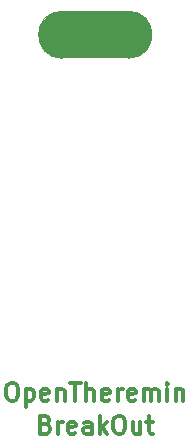
<source format=gbr>
%TF.GenerationSoftware,KiCad,Pcbnew,6.0.11-2627ca5db0~126~ubuntu22.04.1*%
%TF.CreationDate,2024-03-30T15:57:52+01:00*%
%TF.ProjectId,OTBreakOutPanel,4f544272-6561-46b4-9f75-7450616e656c,rev?*%
%TF.SameCoordinates,Original*%
%TF.FileFunction,Soldermask,Top*%
%TF.FilePolarity,Negative*%
%FSLAX46Y46*%
G04 Gerber Fmt 4.6, Leading zero omitted, Abs format (unit mm)*
G04 Created by KiCad (PCBNEW 6.0.11-2627ca5db0~126~ubuntu22.04.1) date 2024-03-30 15:57:52*
%MOMM*%
%LPD*%
G01*
G04 APERTURE LIST*
%ADD10C,0.050000*%
%ADD11C,0.000000*%
%ADD12C,0.300000*%
G04 APERTURE END LIST*
D10*
X102800000Y-62500000D02*
G75*
G03*
X102800000Y-58500000I0J2000000D01*
G01*
D11*
G36*
X103080000Y-58520000D02*
G01*
X103350000Y-58570000D01*
X103780000Y-58760000D01*
X104000000Y-58900000D01*
X104230000Y-59110000D01*
X104400000Y-59300000D01*
X104560000Y-59550000D01*
X104720000Y-59930000D01*
X104780000Y-60170000D01*
X104800000Y-60510000D01*
X104790000Y-60740000D01*
X104680000Y-61190000D01*
X104510000Y-61530000D01*
X104300000Y-61820000D01*
X104020000Y-62080000D01*
X103750000Y-62260000D01*
X103450000Y-62390000D01*
X103220000Y-62450000D01*
X103020000Y-62490000D01*
X102800000Y-62500000D01*
X97200000Y-62500000D01*
X96810000Y-62460000D01*
X96490000Y-62370000D01*
X96130000Y-62180000D01*
X95810000Y-61940000D01*
X95660000Y-61780000D01*
X95430000Y-61430000D01*
X95280000Y-61060000D01*
X95210000Y-60660000D01*
X95200000Y-60370000D01*
X95260000Y-60000000D01*
X95400000Y-59630000D01*
X95580000Y-59330000D01*
X95800000Y-59070000D01*
X96060000Y-58860000D01*
X96450000Y-58640000D01*
X96720000Y-58560000D01*
X97210000Y-58500000D01*
X102810000Y-58500000D01*
X103080000Y-58520000D01*
G37*
D10*
X97200000Y-58500000D02*
G75*
G03*
X97200000Y-62500000I0J-2000000D01*
G01*
D12*
X92821428Y-89978571D02*
X93107142Y-89978571D01*
X93250000Y-90050000D01*
X93392857Y-90192857D01*
X93464285Y-90478571D01*
X93464285Y-90978571D01*
X93392857Y-91264285D01*
X93250000Y-91407142D01*
X93107142Y-91478571D01*
X92821428Y-91478571D01*
X92678571Y-91407142D01*
X92535714Y-91264285D01*
X92464285Y-90978571D01*
X92464285Y-90478571D01*
X92535714Y-90192857D01*
X92678571Y-90050000D01*
X92821428Y-89978571D01*
X94107142Y-90478571D02*
X94107142Y-91978571D01*
X94107142Y-90550000D02*
X94250000Y-90478571D01*
X94535714Y-90478571D01*
X94678571Y-90550000D01*
X94750000Y-90621428D01*
X94821428Y-90764285D01*
X94821428Y-91192857D01*
X94750000Y-91335714D01*
X94678571Y-91407142D01*
X94535714Y-91478571D01*
X94250000Y-91478571D01*
X94107142Y-91407142D01*
X96035714Y-91407142D02*
X95892857Y-91478571D01*
X95607142Y-91478571D01*
X95464285Y-91407142D01*
X95392857Y-91264285D01*
X95392857Y-90692857D01*
X95464285Y-90550000D01*
X95607142Y-90478571D01*
X95892857Y-90478571D01*
X96035714Y-90550000D01*
X96107142Y-90692857D01*
X96107142Y-90835714D01*
X95392857Y-90978571D01*
X96750000Y-90478571D02*
X96750000Y-91478571D01*
X96750000Y-90621428D02*
X96821428Y-90550000D01*
X96964285Y-90478571D01*
X97178571Y-90478571D01*
X97321428Y-90550000D01*
X97392857Y-90692857D01*
X97392857Y-91478571D01*
X97892857Y-89978571D02*
X98750000Y-89978571D01*
X98321428Y-91478571D02*
X98321428Y-89978571D01*
X99250000Y-91478571D02*
X99250000Y-89978571D01*
X99892857Y-91478571D02*
X99892857Y-90692857D01*
X99821428Y-90550000D01*
X99678571Y-90478571D01*
X99464285Y-90478571D01*
X99321428Y-90550000D01*
X99250000Y-90621428D01*
X101178571Y-91407142D02*
X101035714Y-91478571D01*
X100750000Y-91478571D01*
X100607142Y-91407142D01*
X100535714Y-91264285D01*
X100535714Y-90692857D01*
X100607142Y-90550000D01*
X100750000Y-90478571D01*
X101035714Y-90478571D01*
X101178571Y-90550000D01*
X101250000Y-90692857D01*
X101250000Y-90835714D01*
X100535714Y-90978571D01*
X101892857Y-91478571D02*
X101892857Y-90478571D01*
X101892857Y-90764285D02*
X101964285Y-90621428D01*
X102035714Y-90550000D01*
X102178571Y-90478571D01*
X102321428Y-90478571D01*
X103392857Y-91407142D02*
X103250000Y-91478571D01*
X102964285Y-91478571D01*
X102821428Y-91407142D01*
X102750000Y-91264285D01*
X102750000Y-90692857D01*
X102821428Y-90550000D01*
X102964285Y-90478571D01*
X103250000Y-90478571D01*
X103392857Y-90550000D01*
X103464285Y-90692857D01*
X103464285Y-90835714D01*
X102750000Y-90978571D01*
X104107142Y-91478571D02*
X104107142Y-90478571D01*
X104107142Y-90621428D02*
X104178571Y-90550000D01*
X104321428Y-90478571D01*
X104535714Y-90478571D01*
X104678571Y-90550000D01*
X104750000Y-90692857D01*
X104750000Y-91478571D01*
X104750000Y-90692857D02*
X104821428Y-90550000D01*
X104964285Y-90478571D01*
X105178571Y-90478571D01*
X105321428Y-90550000D01*
X105392857Y-90692857D01*
X105392857Y-91478571D01*
X106107142Y-91478571D02*
X106107142Y-90478571D01*
X106107142Y-89978571D02*
X106035714Y-90050000D01*
X106107142Y-90121428D01*
X106178571Y-90050000D01*
X106107142Y-89978571D01*
X106107142Y-90121428D01*
X106821428Y-90478571D02*
X106821428Y-91478571D01*
X106821428Y-90621428D02*
X106892857Y-90550000D01*
X107035714Y-90478571D01*
X107250000Y-90478571D01*
X107392857Y-90550000D01*
X107464285Y-90692857D01*
X107464285Y-91478571D01*
X95821428Y-93486857D02*
X96035714Y-93558285D01*
X96107142Y-93629714D01*
X96178571Y-93772571D01*
X96178571Y-93986857D01*
X96107142Y-94129714D01*
X96035714Y-94201142D01*
X95892857Y-94272571D01*
X95321428Y-94272571D01*
X95321428Y-92772571D01*
X95821428Y-92772571D01*
X95964285Y-92844000D01*
X96035714Y-92915428D01*
X96107142Y-93058285D01*
X96107142Y-93201142D01*
X96035714Y-93344000D01*
X95964285Y-93415428D01*
X95821428Y-93486857D01*
X95321428Y-93486857D01*
X96821428Y-94272571D02*
X96821428Y-93272571D01*
X96821428Y-93558285D02*
X96892857Y-93415428D01*
X96964285Y-93344000D01*
X97107142Y-93272571D01*
X97250000Y-93272571D01*
X98321428Y-94201142D02*
X98178571Y-94272571D01*
X97892857Y-94272571D01*
X97750000Y-94201142D01*
X97678571Y-94058285D01*
X97678571Y-93486857D01*
X97750000Y-93344000D01*
X97892857Y-93272571D01*
X98178571Y-93272571D01*
X98321428Y-93344000D01*
X98392857Y-93486857D01*
X98392857Y-93629714D01*
X97678571Y-93772571D01*
X99678571Y-94272571D02*
X99678571Y-93486857D01*
X99607142Y-93344000D01*
X99464285Y-93272571D01*
X99178571Y-93272571D01*
X99035714Y-93344000D01*
X99678571Y-94201142D02*
X99535714Y-94272571D01*
X99178571Y-94272571D01*
X99035714Y-94201142D01*
X98964285Y-94058285D01*
X98964285Y-93915428D01*
X99035714Y-93772571D01*
X99178571Y-93701142D01*
X99535714Y-93701142D01*
X99678571Y-93629714D01*
X100392857Y-94272571D02*
X100392857Y-92772571D01*
X100535714Y-93701142D02*
X100964285Y-94272571D01*
X100964285Y-93272571D02*
X100392857Y-93844000D01*
X101892857Y-92772571D02*
X102178571Y-92772571D01*
X102321428Y-92844000D01*
X102464285Y-92986857D01*
X102535714Y-93272571D01*
X102535714Y-93772571D01*
X102464285Y-94058285D01*
X102321428Y-94201142D01*
X102178571Y-94272571D01*
X101892857Y-94272571D01*
X101750000Y-94201142D01*
X101607142Y-94058285D01*
X101535714Y-93772571D01*
X101535714Y-93272571D01*
X101607142Y-92986857D01*
X101750000Y-92844000D01*
X101892857Y-92772571D01*
X103821428Y-93272571D02*
X103821428Y-94272571D01*
X103178571Y-93272571D02*
X103178571Y-94058285D01*
X103250000Y-94201142D01*
X103392857Y-94272571D01*
X103607142Y-94272571D01*
X103750000Y-94201142D01*
X103821428Y-94129714D01*
X104321428Y-93272571D02*
X104892857Y-93272571D01*
X104535714Y-92772571D02*
X104535714Y-94058285D01*
X104607142Y-94201142D01*
X104750000Y-94272571D01*
X104892857Y-94272571D01*
M02*

</source>
